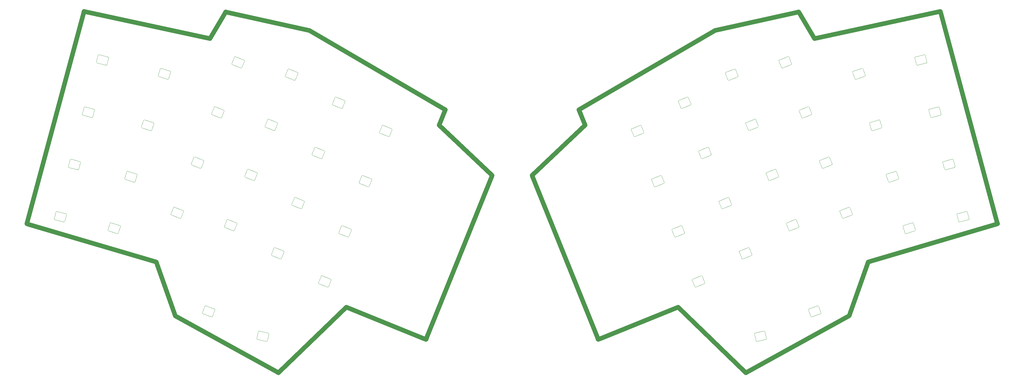
<source format=gbr>
%TF.GenerationSoftware,KiCad,Pcbnew,9.0.4*%
%TF.CreationDate,2025-09-09T15:52:51-06:00*%
%TF.ProjectId,ergo-kola,6572676f-2d6b-46f6-9c61-2e6b69636164,rev?*%
%TF.SameCoordinates,Original*%
%TF.FileFunction,Profile,NP*%
%FSLAX46Y46*%
G04 Gerber Fmt 4.6, Leading zero omitted, Abs format (unit mm)*
G04 Created by KiCad (PCBNEW 9.0.4) date 2025-09-09 15:52:51*
%MOMM*%
%LPD*%
G01*
G04 APERTURE LIST*
%TA.AperFunction,Profile*%
%ADD10C,1.587499*%
%TD*%
%TA.AperFunction,Profile*%
%ADD11C,0.120000*%
%TD*%
G04 APERTURE END LIST*
D10*
X350439565Y-26672870D02*
X370151021Y-99962493D01*
X370352101Y-100709937D01*
X369608632Y-100929550D01*
X324886098Y-114176170D01*
X318274159Y-132845176D01*
X318173604Y-133129074D01*
X317909047Y-133274856D01*
X282454884Y-152854019D01*
X281941319Y-153137649D01*
X281519567Y-152729934D01*
X258078023Y-130069961D01*
X230775395Y-141121078D01*
X230038289Y-141419258D01*
X229741139Y-140681869D01*
X206986974Y-84193328D01*
X206785634Y-83693000D01*
X207176427Y-83321262D01*
X225439549Y-65964862D01*
X223522923Y-61172729D01*
X223268651Y-60537731D01*
X223859471Y-60192714D01*
X270955297Y-32675967D01*
X271062718Y-32613181D01*
X271184163Y-32586300D01*
X299890920Y-26236302D01*
X300454488Y-26112054D01*
X300745503Y-26607190D01*
X306010732Y-35507220D01*
X349505574Y-26103204D01*
X350243794Y-25943610D01*
X350439565Y-26672870D01*
X50067119Y-26103204D02*
X93560643Y-35507220D01*
X98825589Y-26607190D01*
X99118482Y-26112054D01*
X99680196Y-26236302D01*
X128387486Y-32586300D01*
X128508923Y-32613181D01*
X128616345Y-32675967D01*
X175712178Y-60192714D01*
X176302983Y-60537731D01*
X176048726Y-61172729D01*
X174132085Y-65964862D01*
X192395223Y-83321262D01*
X192786000Y-83693000D01*
X192584660Y-84193328D01*
X169830495Y-140681869D01*
X169533360Y-141419258D01*
X168796239Y-141121078D01*
X141493627Y-130069961D01*
X118052068Y-152729934D01*
X117630322Y-153137649D01*
X117116757Y-152854019D01*
X81662598Y-133274856D01*
X81398545Y-133129073D01*
X81298001Y-132845176D01*
X74686067Y-114176170D01*
X29962495Y-100929550D01*
X29220384Y-100709937D01*
X29421403Y-99962493D01*
X49132872Y-26672870D01*
X49329009Y-25943610D01*
X50067119Y-26103204D01*
D11*
%TO.C,L41*%
X57737469Y-102913404D02*
X58540913Y-100440657D01*
X58792927Y-100312249D02*
X62026520Y-101362907D01*
X61099469Y-104216077D02*
X57865876Y-103165419D01*
X62154927Y-101614922D02*
X61351483Y-104087669D01*
X57865876Y-103165419D02*
G75*
G02*
X57737469Y-102913404I61804J190211D01*
G01*
X58540913Y-100440657D02*
G75*
G02*
X58792927Y-100312250I190211J-61804D01*
G01*
X61351483Y-104087669D02*
G75*
G02*
X61099469Y-104216077I-190212J61805D01*
G01*
X62026520Y-101362907D02*
G75*
G02*
X62154928Y-101614922I-61805J-190212D01*
G01*
%TO.C,L38*%
X356185805Y-97219996D02*
X359469952Y-96340011D01*
X356717313Y-99976352D02*
X356044383Y-97464945D01*
X359714901Y-96481432D02*
X360387831Y-98992839D01*
X360246409Y-99237788D02*
X356962262Y-100117773D01*
X356044383Y-97464945D02*
G75*
G02*
X356185805Y-97219996I193185J51764D01*
G01*
X356962262Y-100117773D02*
G75*
G02*
X356717313Y-99976352I-51764J193185D01*
G01*
X359469952Y-96340011D02*
G75*
G02*
X359714901Y-96481432I51763J-193186D01*
G01*
X360387831Y-98992839D02*
G75*
G02*
X360246409Y-99237788I-193187J-51763D01*
G01*
%TO.C,L24*%
X307875336Y-78409042D02*
X311027760Y-77135380D01*
X308738797Y-81080079D02*
X307764820Y-78669401D01*
X311288119Y-77245895D02*
X312262096Y-79656573D01*
X312151580Y-79916932D02*
X308999156Y-81190594D01*
X307764820Y-78669401D02*
G75*
G02*
X307875336Y-78409042I185437J74922D01*
G01*
X308999156Y-81190594D02*
G75*
G02*
X308738797Y-81080079I-74922J185437D01*
G01*
X311027760Y-77135380D02*
G75*
G02*
X311288118Y-77245895I74921J-185438D01*
G01*
X312262096Y-79656573D02*
G75*
G02*
X312151580Y-79916932I-185438J-74921D01*
G01*
%TO.C,L37*%
X38866793Y-98992839D02*
X39539723Y-96481432D01*
X39784672Y-96340011D02*
X43068819Y-97219996D01*
X42292362Y-100117773D02*
X39008215Y-99237788D01*
X43210241Y-97464945D02*
X42537311Y-99976352D01*
X39008215Y-99237788D02*
G75*
G02*
X38866793Y-98992839I51763J193185D01*
G01*
X39539723Y-96481432D02*
G75*
G02*
X39784672Y-96340011I193185J-51764D01*
G01*
X42537311Y-99976352D02*
G75*
G02*
X42292362Y-100117773I-193187J51768D01*
G01*
X43068819Y-97219996D02*
G75*
G02*
X43210241Y-97464945I-51765J-193186D01*
G01*
%TO.C,L21*%
X129454482Y-76266226D02*
X130428459Y-73855548D01*
X130688818Y-73745033D02*
X133841242Y-75018695D01*
X132717422Y-77800247D02*
X129564998Y-76526585D01*
X133951758Y-75279054D02*
X132977781Y-77689732D01*
X129564998Y-76526585D02*
G75*
G02*
X129454482Y-76266226I74921J185437D01*
G01*
X130428459Y-73855548D02*
G75*
G02*
X130688818Y-73745033I185437J-74922D01*
G01*
X132977781Y-77689732D02*
G75*
G02*
X132717422Y-77800247I-185437J74922D01*
G01*
X133841242Y-75018695D02*
G75*
G02*
X133951758Y-75279054I-74922J-185438D01*
G01*
%TO.C,L29*%
X63624243Y-84795787D02*
X64427687Y-82323040D01*
X64679701Y-82194632D02*
X67913294Y-83245290D01*
X66986243Y-86098460D02*
X63752650Y-85047802D01*
X68041701Y-83497305D02*
X67238257Y-85970052D01*
X63752650Y-85047802D02*
G75*
G02*
X63624243Y-84795787I61804J190211D01*
G01*
X64427687Y-82323040D02*
G75*
G02*
X64679701Y-82194633I190211J-61804D01*
G01*
X67238257Y-85970052D02*
G75*
G02*
X66986243Y-86098460I-190212J61805D01*
G01*
X67913294Y-83245290D02*
G75*
G02*
X68041702Y-83497305I-61805J-190212D01*
G01*
%TO.C,L49*%
X90905819Y-132129485D02*
X91795071Y-129686284D01*
X92051414Y-129566750D02*
X95246369Y-130729618D01*
X94220308Y-133548696D02*
X91025353Y-132385828D01*
X95365903Y-130985961D02*
X94476651Y-133429162D01*
X91025353Y-132385828D02*
G75*
G02*
X90905818Y-132129485I68404J187939D01*
G01*
X91795071Y-129686284D02*
G75*
G02*
X92051414Y-129566749I187939J-68404D01*
G01*
X94476651Y-133429162D02*
G75*
G02*
X94220308Y-133548697I-187941J68408D01*
G01*
X95246369Y-130729618D02*
G75*
G02*
X95365903Y-130985961I-68406J-187939D01*
G01*
%TO.C,L23*%
X86992528Y-79656573D02*
X87966505Y-77245895D01*
X88226864Y-77135380D02*
X91379288Y-78409042D01*
X90255468Y-81190594D02*
X87103044Y-79916932D01*
X91489804Y-78669401D02*
X90515827Y-81080079D01*
X87103044Y-79916932D02*
G75*
G02*
X86992528Y-79656573I74921J185437D01*
G01*
X87966505Y-77245895D02*
G75*
G02*
X88226864Y-77135380I185437J-74922D01*
G01*
X90515827Y-81080079D02*
G75*
G02*
X90255468Y-81190594I-185437J74922D01*
G01*
X91379288Y-78409042D02*
G75*
G02*
X91489804Y-78669401I-74922J-185438D01*
G01*
%TO.C,L35*%
X79856264Y-97319429D02*
X80830241Y-94908751D01*
X81090600Y-94798236D02*
X84243024Y-96071898D01*
X83119204Y-98853450D02*
X79966780Y-97579788D01*
X84353540Y-96332257D02*
X83379563Y-98742935D01*
X79966780Y-97579788D02*
G75*
G02*
X79856264Y-97319429I74921J185437D01*
G01*
X80830241Y-94908751D02*
G75*
G02*
X81090600Y-94798236I185437J-74922D01*
G01*
X83379563Y-98742935D02*
G75*
G02*
X83119204Y-98853450I-185437J74922D01*
G01*
X84243024Y-96071898D02*
G75*
G02*
X84353540Y-96332257I-74922J-185438D01*
G01*
%TO.C,L10*%
X258277118Y-57355840D02*
X261429542Y-56082178D01*
X259140579Y-60026877D02*
X258166602Y-57616199D01*
X261689901Y-56192693D02*
X262663878Y-58603371D01*
X262553362Y-58863730D02*
X259400938Y-60137392D01*
X258166602Y-57616199D02*
G75*
G02*
X258277118Y-57355840I185437J74922D01*
G01*
X259400938Y-60137392D02*
G75*
G02*
X259140579Y-60026877I-74922J185437D01*
G01*
X261429542Y-56082178D02*
G75*
G02*
X261689900Y-56192693I74921J-185438D01*
G01*
X262663878Y-58603371D02*
G75*
G02*
X262553362Y-58863730I-185438J-74921D01*
G01*
%TO.C,L36*%
X315011599Y-96071898D02*
X318164023Y-94798236D01*
X315875060Y-98742935D02*
X314901083Y-96332257D01*
X318424382Y-94908751D02*
X319398359Y-97319429D01*
X319287843Y-97579788D02*
X316135419Y-98853450D01*
X314901083Y-96332257D02*
G75*
G02*
X315011599Y-96071898I185437J74922D01*
G01*
X316135419Y-98853450D02*
G75*
G02*
X315875060Y-98742935I-74922J185437D01*
G01*
X318164023Y-94798236D02*
G75*
G02*
X318424381Y-94908751I74921J-185438D01*
G01*
X319398359Y-97319429D02*
G75*
G02*
X319287843Y-97579788I-185438J-74921D01*
G01*
%TO.C,L11*%
X48727797Y-62191058D02*
X49400727Y-59679651D01*
X49645676Y-59538230D02*
X52929823Y-60418215D01*
X52153366Y-63315992D02*
X48869219Y-62436007D01*
X53071245Y-60663164D02*
X52398315Y-63174571D01*
X48869219Y-62436007D02*
G75*
G02*
X48727797Y-62191058I51763J193185D01*
G01*
X49400727Y-59679651D02*
G75*
G02*
X49645676Y-59538230I193185J-51764D01*
G01*
X52398315Y-63174571D02*
G75*
G02*
X52153366Y-63315992I-193187J51768D01*
G01*
X52929823Y-60418215D02*
G75*
G02*
X53071245Y-60663164I-51765J-193186D01*
G01*
%TO.C,L15*%
X112918397Y-66341100D02*
X113892374Y-63930422D01*
X114152733Y-63819907D02*
X117305157Y-65093569D01*
X116181337Y-67875121D02*
X113028913Y-66601459D01*
X117415673Y-65353928D02*
X116441696Y-67764606D01*
X113028913Y-66601459D02*
G75*
G02*
X112918397Y-66341100I74921J185437D01*
G01*
X113892374Y-63930422D02*
G75*
G02*
X114152733Y-63819907I185437J-74922D01*
G01*
X116441696Y-67764606D02*
G75*
G02*
X116181337Y-67875121I-185437J74922D01*
G01*
X117305157Y-65093569D02*
G75*
G02*
X117415673Y-65353928I-74922J-185438D01*
G01*
%TO.C,L18*%
X325454556Y-65127654D02*
X328688149Y-64076996D01*
X326129593Y-67852416D02*
X325326149Y-65379669D01*
X328940163Y-64205404D02*
X329743607Y-66678151D01*
X329615200Y-66930166D02*
X326381607Y-67980824D01*
X325326149Y-65379669D02*
G75*
G02*
X325454556Y-65127654I190211J61804D01*
G01*
X326381607Y-67980824D02*
G75*
G02*
X326129592Y-67852416I-61803J190212D01*
G01*
X328688149Y-64076996D02*
G75*
G02*
X328940163Y-64205404I61802J-190213D01*
G01*
X329743607Y-66678151D02*
G75*
G02*
X329615200Y-66930165I-190212J-61803D01*
G01*
%TO.C,L13*%
X94128772Y-61993718D02*
X95102749Y-59583040D01*
X95363108Y-59472525D02*
X98515532Y-60746187D01*
X97391712Y-63527739D02*
X94239288Y-62254077D01*
X98626048Y-61006546D02*
X97652071Y-63417224D01*
X94239288Y-62254077D02*
G75*
G02*
X94128772Y-61993718I74921J185437D01*
G01*
X95102749Y-59583040D02*
G75*
G02*
X95363108Y-59472525I185437J-74922D01*
G01*
X97652071Y-63417224D02*
G75*
G02*
X97391712Y-63527739I-185437J74922D01*
G01*
X98515532Y-60746187D02*
G75*
G02*
X98626048Y-61006546I-74922J-185438D01*
G01*
%TO.C,L2*%
X341394299Y-42017325D02*
X344678446Y-41137340D01*
X341925807Y-44773681D02*
X341252877Y-42262274D01*
X344923395Y-41278761D02*
X345596325Y-43790168D01*
X345454903Y-44035117D02*
X342170756Y-44915102D01*
X341252877Y-42262274D02*
G75*
G02*
X341394299Y-42017325I193185J51764D01*
G01*
X342170756Y-44915102D02*
G75*
G02*
X341925807Y-44773681I-51764J193185D01*
G01*
X344678446Y-41137340D02*
G75*
G02*
X344923395Y-41278761I51763J-193186D01*
G01*
X345596325Y-43790168D02*
G75*
G02*
X345454903Y-44035117I-193187J-51763D01*
G01*
%TO.C,L52*%
X285066100Y-139232969D02*
X288378959Y-138468135D01*
X285501089Y-142006195D02*
X284916217Y-139472833D01*
X288618823Y-138618019D02*
X289203695Y-141151381D01*
X289053812Y-141391245D02*
X285740953Y-142156079D01*
X284916217Y-139472833D02*
G75*
G02*
X285066100Y-139232969I194874J44990D01*
G01*
X285740953Y-142156079D02*
G75*
G02*
X285501089Y-142006195I-44990J194874D01*
G01*
X288378959Y-138468135D02*
G75*
G02*
X288618823Y-138618019I44990J-194874D01*
G01*
X289203695Y-141151381D02*
G75*
G02*
X289053812Y-141391246I-194875J-44990D01*
G01*
%TO.C,L9*%
X136590746Y-58603371D02*
X137564723Y-56192693D01*
X137825082Y-56082178D02*
X140977506Y-57355840D01*
X139853686Y-60137392D02*
X136701262Y-58863730D01*
X141088022Y-57616199D02*
X140114045Y-60026877D01*
X136701262Y-58863730D02*
G75*
G02*
X136590746Y-58603371I74921J185437D01*
G01*
X137564723Y-56192693D02*
G75*
G02*
X137825082Y-56082178I185437J-74922D01*
G01*
X140114045Y-60026877D02*
G75*
G02*
X139853686Y-60137392I-185437J74922D01*
G01*
X140977506Y-57355840D02*
G75*
G02*
X141088022Y-57616199I-74922J-185438D01*
G01*
%TO.C,L43*%
X138854305Y-103854207D02*
X139828282Y-101443529D01*
X140088640Y-101333014D02*
X143241065Y-102606676D01*
X142117246Y-105388228D02*
X138964821Y-104114566D01*
X143351581Y-102867035D02*
X142377604Y-105277713D01*
X138964821Y-104114566D02*
G75*
G02*
X138854305Y-103854207I74921J185437D01*
G01*
X139828282Y-101443529D02*
G75*
G02*
X140088640Y-101333014I185437J-74922D01*
G01*
X142377604Y-105277713D02*
G75*
G02*
X142117246Y-105388229I-185438J74923D01*
G01*
X143241065Y-102606676D02*
G75*
G02*
X143351581Y-102867035I-74922J-185438D01*
G01*
%TO.C,L19*%
X153126813Y-68528497D02*
X154100790Y-66117819D01*
X154361148Y-66007304D02*
X157513573Y-67280966D01*
X156389754Y-70062518D02*
X153237329Y-68788856D01*
X157624089Y-67541325D02*
X156650112Y-69952003D01*
X153237329Y-68788856D02*
G75*
G02*
X153126813Y-68528497I74921J185437D01*
G01*
X154100790Y-66117819D02*
G75*
G02*
X154361148Y-66007304I185437J-74922D01*
G01*
X156650112Y-69952003D02*
G75*
G02*
X156389754Y-70062519I-185438J74923D01*
G01*
X157513573Y-67280966D02*
G75*
G02*
X157624089Y-67541325I-74922J-185438D01*
G01*
%TO.C,L8*%
X274813204Y-47430714D02*
X277965628Y-46157052D01*
X275676665Y-50101751D02*
X274702688Y-47691073D01*
X278225987Y-46267567D02*
X279199964Y-48678245D01*
X279089448Y-48938604D02*
X275937024Y-50212266D01*
X274702688Y-47691073D02*
G75*
G02*
X274813204Y-47430714I185437J74922D01*
G01*
X275937024Y-50212266D02*
G75*
G02*
X275676665Y-50101751I-74922J185437D01*
G01*
X277965628Y-46157052D02*
G75*
G02*
X278225986Y-46267567I74921J-185438D01*
G01*
X279199964Y-48678245D02*
G75*
G02*
X279089448Y-48938604I-185438J-74921D01*
G01*
%TO.C,L1*%
X53658299Y-43790168D02*
X54331229Y-41278761D01*
X54576178Y-41137340D02*
X57860325Y-42017325D01*
X57083868Y-44915102D02*
X53799721Y-44035117D01*
X58001747Y-42262274D02*
X57328817Y-44773681D01*
X53799721Y-44035117D02*
G75*
G02*
X53658299Y-43790168I51763J193185D01*
G01*
X54331229Y-41278761D02*
G75*
G02*
X54576178Y-41137340I193185J-51764D01*
G01*
X57328817Y-44773681D02*
G75*
G02*
X57083868Y-44915102I-193187J51768D01*
G01*
X57860325Y-42017325D02*
G75*
G02*
X58001747Y-42262274I-51765J-193186D01*
G01*
%TO.C,L34*%
X272549644Y-92681550D02*
X275702068Y-91407888D01*
X273413105Y-95352587D02*
X272439128Y-92941909D01*
X275962427Y-91518403D02*
X276936404Y-93929081D01*
X276825888Y-94189440D02*
X273673464Y-95463102D01*
X272439128Y-92941909D02*
G75*
G02*
X272549644Y-92681550I185437J74922D01*
G01*
X273673464Y-95463102D02*
G75*
G02*
X273413105Y-95352587I-74922J185437D01*
G01*
X275702068Y-91407888D02*
G75*
G02*
X275962426Y-91518403I74921J-185438D01*
G01*
X276936404Y-93929081D02*
G75*
G02*
X276825888Y-94189440I-185438J-74921D01*
G01*
%TO.C,L47*%
X131718042Y-121517063D02*
X132692019Y-119106385D01*
X132952377Y-118995870D02*
X136104802Y-120269532D01*
X134980983Y-123051084D02*
X131828558Y-121777422D01*
X136215318Y-120529891D02*
X135241341Y-122940569D01*
X131828558Y-121777422D02*
G75*
G02*
X131718042Y-121517063I74921J185437D01*
G01*
X132692019Y-119106385D02*
G75*
G02*
X132952377Y-118995870I185437J-74922D01*
G01*
X135241341Y-122940569D02*
G75*
G02*
X134980983Y-123051085I-185438J74923D01*
G01*
X136104802Y-120269532D02*
G75*
G02*
X136215318Y-120529891I-74922J-185438D01*
G01*
%TO.C,L48*%
X263149822Y-120269532D02*
X266302247Y-118995870D01*
X264013283Y-122940569D02*
X263039306Y-120529891D01*
X266562605Y-119106385D02*
X267536582Y-121517063D01*
X267426066Y-121777422D02*
X264273641Y-123051084D01*
X263039306Y-120529891D02*
G75*
G02*
X263149822Y-120269532I185437J74922D01*
G01*
X264273641Y-123051084D02*
G75*
G02*
X264013283Y-122940569I-74921J185437D01*
G01*
X266302247Y-118995870D02*
G75*
G02*
X266562604Y-119106385I74919J-185441D01*
G01*
X267536582Y-121517063D02*
G75*
G02*
X267426066Y-121777422I-185438J-74921D01*
G01*
%TO.C,L42*%
X337228103Y-101362907D02*
X340461696Y-100312249D01*
X337903140Y-104087669D02*
X337099696Y-101614922D01*
X340713710Y-100440657D02*
X341517154Y-102913404D01*
X341388747Y-103165419D02*
X338155154Y-104216077D01*
X337099696Y-101614922D02*
G75*
G02*
X337228103Y-101362907I190211J61804D01*
G01*
X338155154Y-104216077D02*
G75*
G02*
X337903139Y-104087669I-61803J190212D01*
G01*
X340461696Y-100312249D02*
G75*
G02*
X340713710Y-100440657I61802J-190213D01*
G01*
X341517154Y-102913404D02*
G75*
G02*
X341388747Y-103165418I-190212J-61803D01*
G01*
%TO.C,L17*%
X69511017Y-66678151D02*
X70314461Y-64205404D01*
X70566475Y-64076996D02*
X73800068Y-65127654D01*
X72873017Y-67980824D02*
X69639424Y-66930166D01*
X73928475Y-65379669D02*
X73125031Y-67852416D01*
X69639424Y-66930166D02*
G75*
G02*
X69511017Y-66678151I61804J190211D01*
G01*
X70314461Y-64205404D02*
G75*
G02*
X70566475Y-64076997I190211J-61804D01*
G01*
X73125031Y-67852416D02*
G75*
G02*
X72873017Y-67980824I-190212J61805D01*
G01*
X73800068Y-65127654D02*
G75*
G02*
X73928476Y-65379669I-61805J-190212D01*
G01*
%TO.C,L46*%
X279685889Y-110344405D02*
X282838313Y-109070743D01*
X280549350Y-113015442D02*
X279575373Y-110604764D01*
X283098672Y-109181258D02*
X284072649Y-111591936D01*
X283962133Y-111852295D02*
X280809709Y-113125957D01*
X279575373Y-110604764D02*
G75*
G02*
X279685889Y-110344405I185437J74922D01*
G01*
X280809709Y-113125957D02*
G75*
G02*
X280549350Y-113015442I-74922J185437D01*
G01*
X282838313Y-109070743D02*
G75*
G02*
X283098671Y-109181258I74921J-185438D01*
G01*
X284072649Y-111591936D02*
G75*
G02*
X283962133Y-111852295I-185438J-74921D01*
G01*
%TO.C,L25*%
X43797295Y-80591948D02*
X44470225Y-78080541D01*
X44715174Y-77939120D02*
X47999321Y-78819105D01*
X47222864Y-81716882D02*
X43938717Y-80836897D01*
X48140743Y-79064054D02*
X47467813Y-81575461D01*
X43938717Y-80836897D02*
G75*
G02*
X43797295Y-80591948I51763J193185D01*
G01*
X44470225Y-78080541D02*
G75*
G02*
X44715174Y-77939120I193185J-51764D01*
G01*
X47467813Y-81575461D02*
G75*
G02*
X47222864Y-81716882I-193187J51768D01*
G01*
X47999321Y-78819105D02*
G75*
G02*
X48140743Y-79064054I-51765J-193186D01*
G01*
%TO.C,L51*%
X110050929Y-141151381D02*
X110635801Y-138618019D01*
X110875665Y-138468135D02*
X114188524Y-139232969D01*
X113513671Y-142156079D02*
X110200812Y-141391245D01*
X114338407Y-139472833D02*
X113753535Y-142006195D01*
X110200812Y-141391245D02*
G75*
G02*
X110050929Y-141151381I44991J194874D01*
G01*
X110635801Y-138618019D02*
G75*
G02*
X110875665Y-138468135I194874J-44990D01*
G01*
X113753535Y-142006195D02*
G75*
G02*
X113513671Y-142156079I-194874J44990D01*
G01*
X114188524Y-139232969D02*
G75*
G02*
X114338407Y-139472833I-44994J-194876D01*
G01*
%TO.C,L16*%
X281949467Y-65093569D02*
X285101891Y-63819907D01*
X282812928Y-67764606D02*
X281838951Y-65353928D01*
X285362250Y-63930422D02*
X286336227Y-66341100D01*
X286225711Y-66601459D02*
X283073287Y-67875121D01*
X281838951Y-65353928D02*
G75*
G02*
X281949467Y-65093569I185437J74922D01*
G01*
X283073287Y-67875121D02*
G75*
G02*
X282812928Y-67764606I-74922J185437D01*
G01*
X285101891Y-63819907D02*
G75*
G02*
X285362249Y-63930422I74921J-185438D01*
G01*
X286336227Y-66341100D02*
G75*
G02*
X286225711Y-66601459I-185438J-74921D01*
G01*
%TO.C,L20*%
X241741051Y-67280966D02*
X244893476Y-66007304D01*
X242604512Y-69952003D02*
X241630535Y-67541325D01*
X245153834Y-66117819D02*
X246127811Y-68528497D01*
X246017295Y-68788856D02*
X242864870Y-70062518D01*
X241630535Y-67541325D02*
G75*
G02*
X241741051Y-67280966I185437J74922D01*
G01*
X242864870Y-70062518D02*
G75*
G02*
X242604512Y-69952003I-74921J185437D01*
G01*
X244893476Y-66007304D02*
G75*
G02*
X245153833Y-66117819I74919J-185441D01*
G01*
X246127811Y-68528497D02*
G75*
G02*
X246017295Y-68788856I-185438J-74921D01*
G01*
%TO.C,L6*%
X319567782Y-47010037D02*
X322801375Y-45959379D01*
X320242819Y-49734799D02*
X319439375Y-47262052D01*
X323053389Y-46087787D02*
X323856833Y-48560534D01*
X323728426Y-48812549D02*
X320494833Y-49863207D01*
X319439375Y-47262052D02*
G75*
G02*
X319567782Y-47010037I190211J61804D01*
G01*
X320494833Y-49863207D02*
G75*
G02*
X320242818Y-49734799I-61803J190212D01*
G01*
X322801375Y-45959379D02*
G75*
G02*
X323053389Y-46087787I61802J-190213D01*
G01*
X323856833Y-48560534D02*
G75*
G02*
X323728426Y-48812548I-190212J-61803D01*
G01*
%TO.C,L12*%
X346324801Y-60418215D02*
X349608948Y-59538230D01*
X346856309Y-63174571D02*
X346183379Y-60663164D01*
X349853897Y-59679651D02*
X350526827Y-62191058D01*
X350385405Y-62436007D02*
X347101258Y-63315992D01*
X346183379Y-60663164D02*
G75*
G02*
X346324801Y-60418215I193185J51764D01*
G01*
X347101258Y-63315992D02*
G75*
G02*
X346856309Y-63174571I-51764J193185D01*
G01*
X349608948Y-59538230D02*
G75*
G02*
X349853897Y-59679651I51763J-193186D01*
G01*
X350526827Y-62191058D02*
G75*
G02*
X350385405Y-62436007I-193187J-51763D01*
G01*
%TO.C,L50*%
X304008255Y-130729618D02*
X307203210Y-129566750D01*
X304777973Y-133429162D02*
X303888721Y-130985961D01*
X307459553Y-129686284D02*
X308348805Y-132129485D01*
X308229271Y-132385828D02*
X305034316Y-133548696D01*
X303888721Y-130985961D02*
G75*
G02*
X304008255Y-130729619I187938J68404D01*
G01*
X305034316Y-133548696D02*
G75*
G02*
X304777974Y-133429162I-68404J187938D01*
G01*
X307203210Y-129566750D02*
G75*
G02*
X307459553Y-129686284I68404J-187940D01*
G01*
X308348805Y-132129485D02*
G75*
G02*
X308229271Y-132385827I-187942J-68402D01*
G01*
%TO.C,L3*%
X101265035Y-44330863D02*
X102239012Y-41920185D01*
X102499371Y-41809670D02*
X105651795Y-43083332D01*
X104527975Y-45864884D02*
X101375551Y-44591222D01*
X105762311Y-43343691D02*
X104788334Y-45754369D01*
X101375551Y-44591222D02*
G75*
G02*
X101265035Y-44330863I74921J185437D01*
G01*
X102239012Y-41920185D02*
G75*
G02*
X102499371Y-41809670I185437J-74922D01*
G01*
X104788334Y-45754369D02*
G75*
G02*
X104527975Y-45864884I-185437J74922D01*
G01*
X105651795Y-43083332D02*
G75*
G02*
X105762311Y-43343691I-74922J-185438D01*
G01*
%TO.C,L5*%
X75397791Y-48560534D02*
X76201235Y-46087787D01*
X76453249Y-45959379D02*
X79686842Y-47010037D01*
X78759791Y-49863207D02*
X75526198Y-48812549D01*
X79815249Y-47262052D02*
X79011805Y-49734799D01*
X75526198Y-48812549D02*
G75*
G02*
X75397791Y-48560534I61804J190211D01*
G01*
X76201235Y-46087787D02*
G75*
G02*
X76453249Y-45959380I190211J-61804D01*
G01*
X79011805Y-49734799D02*
G75*
G02*
X78759791Y-49863207I-190212J61805D01*
G01*
X79686842Y-47010037D02*
G75*
G02*
X79815250Y-47262052I-61805J-190212D01*
G01*
%TO.C,L31*%
X145990549Y-86191352D02*
X146964526Y-83780674D01*
X147224884Y-83670159D02*
X150377309Y-84943821D01*
X149253490Y-87725373D02*
X146101065Y-86451711D01*
X150487825Y-85204180D02*
X149513848Y-87614858D01*
X146101065Y-86451711D02*
G75*
G02*
X145990549Y-86191352I74921J185437D01*
G01*
X146964526Y-83780674D02*
G75*
G02*
X147224884Y-83670159I185437J-74922D01*
G01*
X149513848Y-87614858D02*
G75*
G02*
X149253490Y-87725374I-185438J74923D01*
G01*
X150377309Y-84943821D02*
G75*
G02*
X150487825Y-85204180I-74922J-185438D01*
G01*
%TO.C,L28*%
X289085711Y-82756424D02*
X292238135Y-81482762D01*
X289949172Y-85427461D02*
X288975195Y-83016783D01*
X292498494Y-81593277D02*
X293472471Y-84003955D01*
X293361955Y-84264314D02*
X290209531Y-85537976D01*
X288975195Y-83016783D02*
G75*
G02*
X289085711Y-82756424I185437J74922D01*
G01*
X290209531Y-85537976D02*
G75*
G02*
X289949172Y-85427461I-74922J185437D01*
G01*
X292238135Y-81482762D02*
G75*
G02*
X292498493Y-81593277I74921J-185438D01*
G01*
X293472471Y-84003955D02*
G75*
G02*
X293361955Y-84264314I-185438J-74921D01*
G01*
%TO.C,L44*%
X256013559Y-102606676D02*
X259165984Y-101333014D01*
X256877020Y-105277713D02*
X255903043Y-102867035D01*
X259426342Y-101443529D02*
X260400319Y-103854207D01*
X260289803Y-104114566D02*
X257137378Y-105388228D01*
X255903043Y-102867035D02*
G75*
G02*
X256013559Y-102606676I185437J74922D01*
G01*
X257137378Y-105388228D02*
G75*
G02*
X256877020Y-105277713I-74921J185437D01*
G01*
X259165984Y-101333014D02*
G75*
G02*
X259426341Y-101443529I74919J-185441D01*
G01*
X260400319Y-103854207D02*
G75*
G02*
X260289803Y-104114566I-185438J-74921D01*
G01*
%TO.C,L4*%
X293602828Y-43083332D02*
X296755252Y-41809670D01*
X294466289Y-45754369D02*
X293492312Y-43343691D01*
X297015611Y-41920185D02*
X297989588Y-44330863D01*
X297879072Y-44591222D02*
X294726648Y-45864884D01*
X293492312Y-43343691D02*
G75*
G02*
X293602828Y-43083332I185437J74922D01*
G01*
X294726648Y-45864884D02*
G75*
G02*
X294466289Y-45754369I-74922J185437D01*
G01*
X296755252Y-41809670D02*
G75*
G02*
X297015610Y-41920185I74921J-185438D01*
G01*
X297989588Y-44330863D02*
G75*
G02*
X297879072Y-44591222I-185438J-74921D01*
G01*
%TO.C,L33*%
X122318219Y-93929081D02*
X123292196Y-91518403D01*
X123552555Y-91407888D02*
X126704979Y-92681550D01*
X125581159Y-95463102D02*
X122428735Y-94189440D01*
X126815495Y-92941909D02*
X125841518Y-95352587D01*
X122428735Y-94189440D02*
G75*
G02*
X122318219Y-93929081I74921J185437D01*
G01*
X123292196Y-91518403D02*
G75*
G02*
X123552555Y-91407888I185437J-74922D01*
G01*
X125841518Y-95352587D02*
G75*
G02*
X125581159Y-95463102I-185437J74922D01*
G01*
X126704979Y-92681550D02*
G75*
G02*
X126815495Y-92941909I-74922J-185438D01*
G01*
%TO.C,L40*%
X296221975Y-100419279D02*
X299374399Y-99145617D01*
X297085436Y-103090316D02*
X296111459Y-100679638D01*
X299634758Y-99256132D02*
X300608735Y-101666810D01*
X300498219Y-101927169D02*
X297345795Y-103200831D01*
X296111459Y-100679638D02*
G75*
G02*
X296221975Y-100419279I185437J74922D01*
G01*
X297345795Y-103200831D02*
G75*
G02*
X297085436Y-103090316I-74922J185437D01*
G01*
X299374399Y-99145617D02*
G75*
G02*
X299634757Y-99256132I74921J-185438D01*
G01*
X300608735Y-101666810D02*
G75*
G02*
X300498219Y-101927169I-185438J-74921D01*
G01*
%TO.C,L32*%
X248877314Y-84943821D02*
X252029739Y-83670159D01*
X249740775Y-87614858D02*
X248766798Y-85204180D01*
X252290097Y-83780674D02*
X253264074Y-86191352D01*
X253153558Y-86451711D02*
X250001133Y-87725373D01*
X248766798Y-85204180D02*
G75*
G02*
X248877314Y-84943821I185437J74922D01*
G01*
X250001133Y-87725373D02*
G75*
G02*
X249740775Y-87614858I-74921J185437D01*
G01*
X252029739Y-83670159D02*
G75*
G02*
X252290096Y-83780674I74919J-185441D01*
G01*
X253264074Y-86191352D02*
G75*
G02*
X253153558Y-86451711I-185438J-74921D01*
G01*
%TO.C,L45*%
X115181975Y-111591936D02*
X116155952Y-109181258D01*
X116416311Y-109070743D02*
X119568735Y-110344405D01*
X118444915Y-113125957D02*
X115292491Y-111852295D01*
X119679251Y-110604764D02*
X118705274Y-113015442D01*
X115292491Y-111852295D02*
G75*
G02*
X115181975Y-111591936I74921J185437D01*
G01*
X116155952Y-109181258D02*
G75*
G02*
X116416311Y-109070743I185437J-74922D01*
G01*
X118705274Y-113015442D02*
G75*
G02*
X118444915Y-113125957I-185437J74922D01*
G01*
X119568735Y-110344405D02*
G75*
G02*
X119679251Y-110604764I-74922J-185438D01*
G01*
%TO.C,L7*%
X120054660Y-48678245D02*
X121028637Y-46267567D01*
X121288996Y-46157052D02*
X124441420Y-47430714D01*
X123317600Y-50212266D02*
X120165176Y-48938604D01*
X124551936Y-47691073D02*
X123577959Y-50101751D01*
X120165176Y-48938604D02*
G75*
G02*
X120054660Y-48678245I74921J185437D01*
G01*
X121028637Y-46267567D02*
G75*
G02*
X121288996Y-46157052I185437J-74922D01*
G01*
X123577959Y-50101751D02*
G75*
G02*
X123317600Y-50212266I-185437J74922D01*
G01*
X124441420Y-47430714D02*
G75*
G02*
X124551936Y-47691073I-74922J-185438D01*
G01*
%TO.C,L26*%
X351255303Y-78819105D02*
X354539450Y-77939120D01*
X351786811Y-81575461D02*
X351113881Y-79064054D01*
X354784399Y-78080541D02*
X355457329Y-80591948D01*
X355315907Y-80836897D02*
X352031760Y-81716882D01*
X351113881Y-79064054D02*
G75*
G02*
X351255303Y-78819105I193185J51764D01*
G01*
X352031760Y-81716882D02*
G75*
G02*
X351786811Y-81575461I-51764J193185D01*
G01*
X354539450Y-77939120D02*
G75*
G02*
X354784399Y-78080541I51763J-193186D01*
G01*
X355457329Y-80591948D02*
G75*
G02*
X355315907Y-80836897I-193187J-51763D01*
G01*
%TO.C,L27*%
X105782152Y-84003955D02*
X106756129Y-81593277D01*
X107016488Y-81482762D02*
X110168912Y-82756424D01*
X109045092Y-85537976D02*
X105892668Y-84264314D01*
X110279428Y-83016783D02*
X109305451Y-85427461D01*
X105892668Y-84264314D02*
G75*
G02*
X105782152Y-84003955I74921J185437D01*
G01*
X106756129Y-81593277D02*
G75*
G02*
X107016488Y-81482762I185437J-74922D01*
G01*
X109305451Y-85427461D02*
G75*
G02*
X109045092Y-85537976I-185437J74922D01*
G01*
X110168912Y-82756424D02*
G75*
G02*
X110279428Y-83016783I-74922J-185438D01*
G01*
%TO.C,L39*%
X98645889Y-101666810D02*
X99619866Y-99256132D01*
X99880225Y-99145617D02*
X103032649Y-100419279D01*
X101908829Y-103200831D02*
X98756405Y-101927169D01*
X103143165Y-100679638D02*
X102169188Y-103090316D01*
X98756405Y-101927169D02*
G75*
G02*
X98645889Y-101666810I74921J185437D01*
G01*
X99619866Y-99256132D02*
G75*
G02*
X99880225Y-99145617I185437J-74922D01*
G01*
X102169188Y-103090316D02*
G75*
G02*
X101908829Y-103200831I-185437J74922D01*
G01*
X103032649Y-100419279D02*
G75*
G02*
X103143165Y-100679638I-74922J-185438D01*
G01*
%TO.C,L30*%
X331341330Y-83245290D02*
X334574923Y-82194632D01*
X332016367Y-85970052D02*
X331212923Y-83497305D01*
X334826937Y-82323040D02*
X335630381Y-84795787D01*
X335501974Y-85047802D02*
X332268381Y-86098460D01*
X331212923Y-83497305D02*
G75*
G02*
X331341330Y-83245290I190211J61804D01*
G01*
X332268381Y-86098460D02*
G75*
G02*
X332016366Y-85970052I-61803J190212D01*
G01*
X334574923Y-82194632D02*
G75*
G02*
X334826937Y-82323040I61802J-190213D01*
G01*
X335630381Y-84795787D02*
G75*
G02*
X335501974Y-85047801I-190212J-61803D01*
G01*
%TO.C,L14*%
X300739091Y-60746187D02*
X303891515Y-59472525D01*
X301602552Y-63417224D02*
X300628575Y-61006546D01*
X304151874Y-59583040D02*
X305125851Y-61993718D01*
X305015335Y-62254077D02*
X301862911Y-63527739D01*
X300628575Y-61006546D02*
G75*
G02*
X300739091Y-60746187I185437J74922D01*
G01*
X301862911Y-63527739D02*
G75*
G02*
X301602552Y-63417224I-74922J185437D01*
G01*
X303891515Y-59472525D02*
G75*
G02*
X304151873Y-59583040I74921J-185438D01*
G01*
X305125851Y-61993718D02*
G75*
G02*
X305015335Y-62254077I-185438J-74921D01*
G01*
%TO.C,L22*%
X265413381Y-75018695D02*
X268565805Y-73745033D01*
X266276842Y-77689732D02*
X265302865Y-75279054D01*
X268826164Y-73855548D02*
X269800141Y-76266226D01*
X269689625Y-76526585D02*
X266537201Y-77800247D01*
X265302865Y-75279054D02*
G75*
G02*
X265413381Y-75018695I185437J74922D01*
G01*
X266537201Y-77800247D02*
G75*
G02*
X266276842Y-77689732I-74922J185437D01*
G01*
X268565805Y-73745033D02*
G75*
G02*
X268826163Y-73855548I74921J-185438D01*
G01*
X269800141Y-76266226D02*
G75*
G02*
X269689625Y-76526585I-185438J-74921D01*
G01*
%TD*%
M02*

</source>
